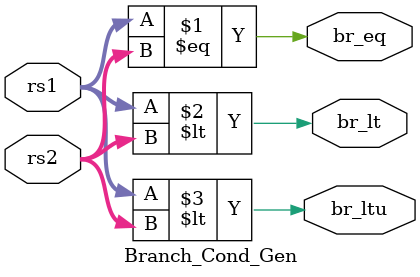
<source format=sv>
`timescale 1ns / 1ps

//////////////////////////////////////////////////////////////////////////////////



module Branch_Cond_Gen(
    input [31:0] rs1,
    input [31:0] rs2,
    output logic br_eq,
    output logic br_lt,
    output logic br_ltu
    );
        
    assign br_eq = (rs1 == rs2);
    assign br_lt = $signed(rs1) < $signed(rs2); 
    assign br_ltu = rs1 < rs2;
    
endmodule

</source>
